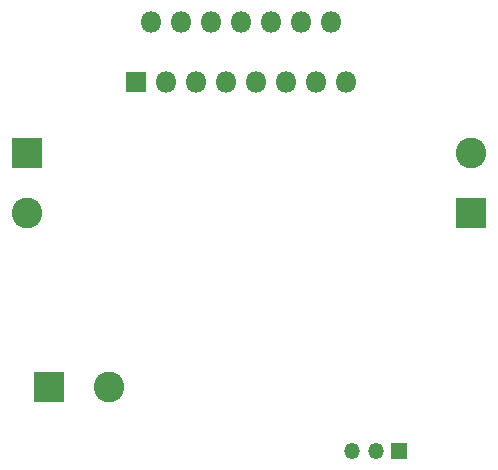
<source format=gbr>
%TF.GenerationSoftware,KiCad,Pcbnew,(6.0.5-0)*%
%TF.CreationDate,2022-06-28T13:52:29+02:00*%
%TF.ProjectId,JeepPCB,4a656570-5043-4422-9e6b-696361645f70,rev?*%
%TF.SameCoordinates,Original*%
%TF.FileFunction,Soldermask,Bot*%
%TF.FilePolarity,Negative*%
%FSLAX46Y46*%
G04 Gerber Fmt 4.6, Leading zero omitted, Abs format (unit mm)*
G04 Created by KiCad (PCBNEW (6.0.5-0)) date 2022-06-28 13:52:29*
%MOMM*%
%LPD*%
G01*
G04 APERTURE LIST*
%ADD10R,1.350000X1.350000*%
%ADD11O,1.350000X1.350000*%
%ADD12R,2.600000X2.600000*%
%ADD13C,2.600000*%
%ADD14R,1.800000X1.800000*%
%ADD15O,1.800000X1.800000*%
G04 APERTURE END LIST*
D10*
%TO.C,J1*%
X74200000Y-83700000D03*
D11*
X72200000Y-83700000D03*
X70200000Y-83700000D03*
%TD*%
D12*
%TO.C,J_FRONT1*%
X42695000Y-58455000D03*
D13*
X42695000Y-63535000D03*
%TD*%
D12*
%TO.C,J_MAIN_POWER1*%
X44555000Y-78255000D03*
D13*
X49635000Y-78255000D03*
%TD*%
D14*
%TO.C,MotorFET1*%
X51905000Y-52435000D03*
D15*
X53175000Y-47355000D03*
X54445000Y-52435000D03*
X55715000Y-47355000D03*
X56985000Y-52435000D03*
X58255000Y-47355000D03*
X59525000Y-52435000D03*
X60795000Y-47355000D03*
X62065000Y-52435000D03*
X63335000Y-47355000D03*
X64605000Y-52435000D03*
X65875000Y-47355000D03*
X67145000Y-52435000D03*
X68415000Y-47355000D03*
X69685000Y-52435000D03*
%TD*%
D12*
%TO.C,J_BACK1*%
X80305000Y-63545000D03*
D13*
X80305000Y-58465000D03*
%TD*%
M02*

</source>
